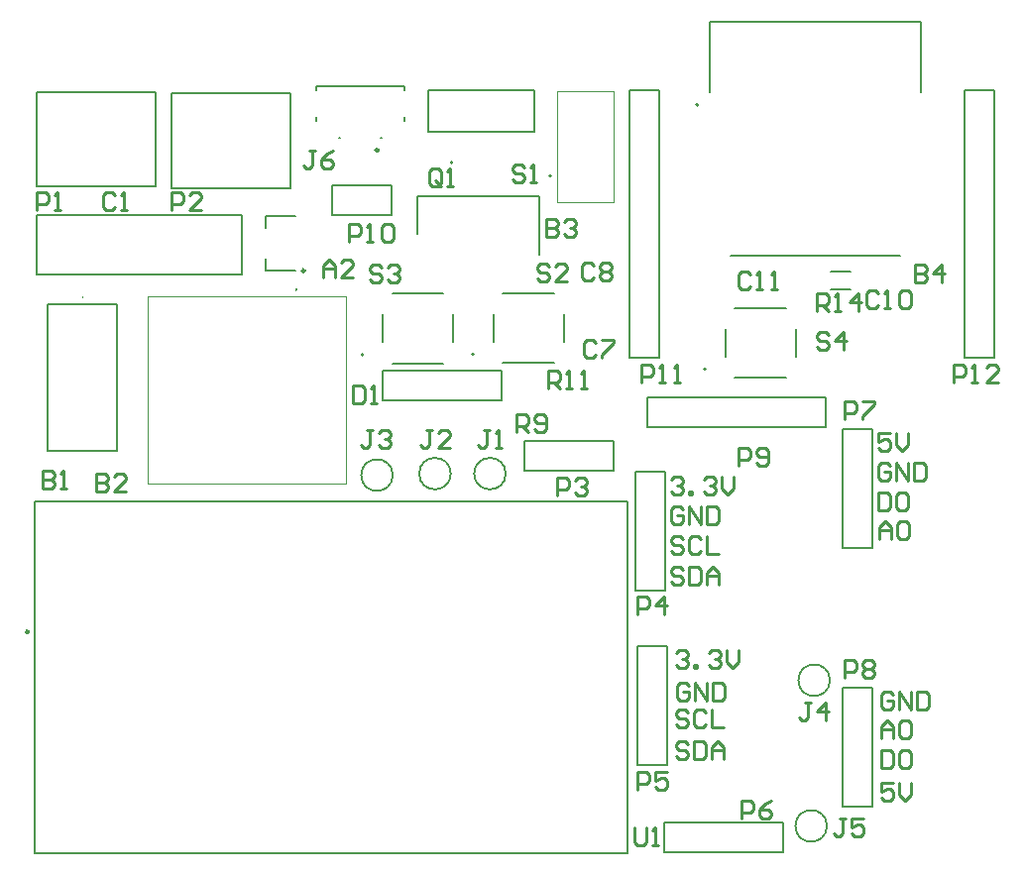
<source format=gto>
G04*
G04 #@! TF.GenerationSoftware,Altium Limited,Altium Designer,20.0.2 (26)*
G04*
G04 Layer_Color=65535*
%FSLAX25Y25*%
%MOIN*%
G70*
G01*
G75*
%ADD10C,0.00787*%
%ADD11C,0.00984*%
%ADD12C,0.00591*%
%ADD13C,0.01181*%
%ADD14C,0.00394*%
%ADD15C,0.00500*%
%ADD16C,0.01000*%
D10*
X327193Y405142D02*
G03*
X327193Y405142I-394J0D01*
G01*
X189284Y432138D02*
G03*
X189284Y431744I0J-197D01*
G01*
D02*
G03*
X189284Y432138I0J197D01*
G01*
D02*
G03*
X189284Y431744I0J-197D01*
G01*
X211898Y410000D02*
G03*
X211898Y410000I-394J0D01*
G01*
X241264Y474677D02*
G03*
X242051Y474677I394J0D01*
G01*
D02*
G03*
X241264Y474677I-394J0D01*
G01*
X323732Y494079D02*
G03*
X324520Y494079I394J0D01*
G01*
D02*
G03*
X323732Y494079I-394J0D01*
G01*
D02*
G03*
X324520Y494079I394J0D01*
G01*
X274689Y470551D02*
G03*
X274689Y469764I0J-394D01*
G01*
D02*
G03*
X274689Y470551I0J394D01*
G01*
X249193Y410142D02*
G03*
X249193Y410142I-394J0D01*
G01*
X369208Y437899D02*
X375792D01*
X369208Y432101D02*
X375792D01*
X229988Y450500D02*
Y463276D01*
X271012D01*
Y443669D02*
Y463276D01*
X178996Y452618D02*
Y456555D01*
X189232D01*
X178996Y438445D02*
Y442382D01*
Y438445D02*
X189232D01*
X233587Y498988D02*
X269413D01*
Y485012D02*
Y498988D01*
X233587Y485012D02*
X269413D01*
X233587D02*
Y498988D01*
X147500Y466056D02*
Y497945D01*
X187500Y466056D02*
Y497945D01*
X147500D02*
X187500D01*
X147500Y466056D02*
X187500D01*
X424000Y409000D02*
Y499000D01*
X414000D02*
X424000D01*
X414000Y409000D02*
Y499000D01*
Y409000D02*
X424000D01*
X307500Y395500D02*
X367500D01*
X307500Y385500D02*
X367500D01*
Y395500D01*
X307500Y385500D02*
Y395500D01*
X258500Y394500D02*
Y404500D01*
X218500Y394500D02*
X258500D01*
X218500Y404500D02*
X258500D01*
X218500Y394500D02*
Y404500D01*
X296000Y371000D02*
Y381000D01*
X266000Y371000D02*
X296000D01*
X266000D02*
Y381000D01*
X296000D01*
X201500Y457000D02*
X221500D01*
Y467000D01*
X201500D02*
X221500D01*
X201500Y457000D02*
Y467000D01*
X101291Y360602D02*
X300709D01*
Y242398D02*
Y360602D01*
X101291Y242398D02*
X300709D01*
X101291D02*
Y360602D01*
X328457Y498409D02*
Y522031D01*
Y498409D02*
Y522031D01*
X399323Y498409D02*
Y522031D01*
Y498409D02*
Y522031D01*
X328457D02*
X399323D01*
X328457D02*
X399323D01*
X335346Y443291D02*
X392433D01*
X335346D02*
X392433D01*
X129114Y377630D02*
Y426843D01*
X105886Y377630D02*
X129114D01*
X105886D02*
Y426843D01*
X129114D01*
X102000Y466556D02*
Y498445D01*
X142000Y466556D02*
Y498445D01*
X102000D02*
X142000D01*
X102000Y466556D02*
X142000D01*
X303500Y330500D02*
X313500D01*
X303500D02*
Y370500D01*
X313500Y330500D02*
Y370500D01*
X303500D02*
X313500D01*
X304000Y312000D02*
X314000D01*
Y272000D02*
Y312000D01*
X304000Y272000D02*
Y312000D01*
Y272000D02*
X314000D01*
X353000Y242500D02*
Y252500D01*
X313000Y242500D02*
X353000D01*
X313000Y252500D02*
X353000D01*
X313000Y242500D02*
Y252500D01*
X373000Y345000D02*
X383000D01*
X373000D02*
Y385000D01*
X383000Y345000D02*
Y385000D01*
X373000D02*
X383000D01*
X373000Y298000D02*
X383000D01*
Y258000D02*
Y298000D01*
X373000Y258000D02*
Y298000D01*
Y258000D02*
X383000D01*
X301500Y409000D02*
Y499000D01*
Y409000D02*
X311500D01*
Y499000D01*
X301500D02*
X311500D01*
D11*
X192283Y438248D02*
G03*
X192283Y438248I-492J0D01*
G01*
X99421Y316854D02*
G03*
X99421Y316854I-492J0D01*
G01*
D12*
X367795Y251500D02*
G03*
X367795Y251500I-5295J0D01*
G01*
X259795Y370000D02*
G03*
X259795Y370000I-5295J0D01*
G01*
X241295D02*
G03*
X241295Y370000I-5295J0D01*
G01*
X221795Y369500D02*
G03*
X221795Y369500I-5295J0D01*
G01*
X368795Y300500D02*
G03*
X368795Y300500I-5295J0D01*
G01*
D13*
X216866Y478850D02*
G03*
X216866Y478850I-394J0D01*
G01*
D14*
X117500Y429598D02*
G03*
X117500Y429205I0J-197D01*
G01*
D02*
G03*
X117500Y429598I0J197D01*
G01*
X139283Y429776D02*
X206213D01*
Y366783D02*
Y429776D01*
X139283Y366783D02*
X206213D01*
X139283D02*
Y429776D01*
X276992Y461240D02*
Y498760D01*
Y461240D02*
X296008D01*
Y498760D01*
X276992D02*
X296008D01*
D15*
X357311Y409344D02*
Y418656D01*
X333689Y409344D02*
Y418656D01*
X336907Y425811D02*
X354093D01*
X336907Y402189D02*
X354093D01*
X221612Y407047D02*
X238797D01*
X221612Y430669D02*
X238797D01*
X218394Y414203D02*
Y423514D01*
X242016Y414203D02*
Y423514D01*
X102079Y456843D02*
X170976D01*
X102079Y437157D02*
X170976D01*
Y456843D01*
X102079Y437157D02*
Y456843D01*
X203756Y483083D02*
X204189D01*
X217732D02*
X218165D01*
X196197Y499126D02*
Y500209D01*
X225724D01*
Y499126D02*
Y500209D01*
X196197Y488496D02*
Y489874D01*
X225724Y488496D02*
Y489874D01*
X258907Y407189D02*
X276093D01*
X258907Y430811D02*
X276093D01*
X255689Y414344D02*
Y423656D01*
X279311Y414344D02*
Y423656D01*
D16*
X317000Y309498D02*
X318000Y310498D01*
X319999D01*
X320999Y309498D01*
Y308499D01*
X319999Y307499D01*
X318999D01*
X319999D01*
X320999Y306499D01*
Y305500D01*
X319999Y304500D01*
X318000D01*
X317000Y305500D01*
X322998Y304500D02*
Y305500D01*
X323998D01*
Y304500D01*
X322998D01*
X327996Y309498D02*
X328996Y310498D01*
X330995D01*
X331995Y309498D01*
Y308499D01*
X330995Y307499D01*
X329996D01*
X330995D01*
X331995Y306499D01*
Y305500D01*
X330995Y304500D01*
X328996D01*
X327996Y305500D01*
X333995Y310498D02*
Y306499D01*
X335994Y304500D01*
X337993Y306499D01*
Y310498D01*
X321499Y298498D02*
X320499Y299498D01*
X318500D01*
X317500Y298498D01*
Y294500D01*
X318500Y293500D01*
X320499D01*
X321499Y294500D01*
Y296499D01*
X319499D01*
X323498Y293500D02*
Y299498D01*
X327497Y293500D01*
Y299498D01*
X329496D02*
Y293500D01*
X332495D01*
X333495Y294500D01*
Y298498D01*
X332495Y299498D01*
X329496D01*
X320999Y289498D02*
X319999Y290498D01*
X318000D01*
X317000Y289498D01*
Y288499D01*
X318000Y287499D01*
X319999D01*
X320999Y286499D01*
Y285500D01*
X319999Y284500D01*
X318000D01*
X317000Y285500D01*
X326997Y289498D02*
X325997Y290498D01*
X323998D01*
X322998Y289498D01*
Y285500D01*
X323998Y284500D01*
X325997D01*
X326997Y285500D01*
X328996Y290498D02*
Y284500D01*
X332995D01*
X320999Y278998D02*
X319999Y279998D01*
X318000D01*
X317000Y278998D01*
Y277999D01*
X318000Y276999D01*
X319999D01*
X320999Y275999D01*
Y275000D01*
X319999Y274000D01*
X318000D01*
X317000Y275000D01*
X322998Y279998D02*
Y274000D01*
X325997D01*
X326997Y275000D01*
Y278998D01*
X325997Y279998D01*
X322998D01*
X328996Y274000D02*
Y277999D01*
X330995Y279998D01*
X332995Y277999D01*
Y274000D01*
Y276999D01*
X328996D01*
X315500Y367998D02*
X316500Y368998D01*
X318499D01*
X319499Y367998D01*
Y366999D01*
X318499Y365999D01*
X317499D01*
X318499D01*
X319499Y364999D01*
Y364000D01*
X318499Y363000D01*
X316500D01*
X315500Y364000D01*
X321498Y363000D02*
Y364000D01*
X322498D01*
Y363000D01*
X321498D01*
X326496Y367998D02*
X327496Y368998D01*
X329496D01*
X330495Y367998D01*
Y366999D01*
X329496Y365999D01*
X328496D01*
X329496D01*
X330495Y364999D01*
Y364000D01*
X329496Y363000D01*
X327496D01*
X326496Y364000D01*
X332494Y368998D02*
Y364999D01*
X334494Y363000D01*
X336493Y364999D01*
Y368998D01*
X319499Y357998D02*
X318499Y358998D01*
X316500D01*
X315500Y357998D01*
Y354000D01*
X316500Y353000D01*
X318499D01*
X319499Y354000D01*
Y355999D01*
X317499D01*
X321498Y353000D02*
Y358998D01*
X325497Y353000D01*
Y358998D01*
X327496D02*
Y353000D01*
X330495D01*
X331495Y354000D01*
Y357998D01*
X330495Y358998D01*
X327496D01*
X319499Y347998D02*
X318499Y348998D01*
X316500D01*
X315500Y347998D01*
Y346999D01*
X316500Y345999D01*
X318499D01*
X319499Y344999D01*
Y344000D01*
X318499Y343000D01*
X316500D01*
X315500Y344000D01*
X325497Y347998D02*
X324497Y348998D01*
X322498D01*
X321498Y347998D01*
Y344000D01*
X322498Y343000D01*
X324497D01*
X325497Y344000D01*
X327496Y348998D02*
Y343000D01*
X331495D01*
X319499Y337498D02*
X318499Y338498D01*
X316500D01*
X315500Y337498D01*
Y336499D01*
X316500Y335499D01*
X318499D01*
X319499Y334499D01*
Y333500D01*
X318499Y332500D01*
X316500D01*
X315500Y333500D01*
X321498Y338498D02*
Y332500D01*
X324497D01*
X325497Y333500D01*
Y337498D01*
X324497Y338498D01*
X321498D01*
X327496Y332500D02*
Y336499D01*
X329496Y338498D01*
X331495Y336499D01*
Y332500D01*
Y335499D01*
X327496D01*
X388999Y383498D02*
X385000D01*
Y380499D01*
X386999Y381499D01*
X387999D01*
X388999Y380499D01*
Y378500D01*
X387999Y377500D01*
X386000D01*
X385000Y378500D01*
X390998Y383498D02*
Y379499D01*
X392997Y377500D01*
X394997Y379499D01*
Y383498D01*
X388999Y372498D02*
X387999Y373498D01*
X386000D01*
X385000Y372498D01*
Y368500D01*
X386000Y367500D01*
X387999D01*
X388999Y368500D01*
Y370499D01*
X386999D01*
X390998Y367500D02*
Y373498D01*
X394997Y367500D01*
Y373498D01*
X396996D02*
Y367500D01*
X399995D01*
X400995Y368500D01*
Y372498D01*
X399995Y373498D01*
X396996D01*
X385000Y363498D02*
Y357500D01*
X387999D01*
X388999Y358500D01*
Y362498D01*
X387999Y363498D01*
X385000D01*
X393997D02*
X391998D01*
X390998Y362498D01*
Y358500D01*
X391998Y357500D01*
X393997D01*
X394997Y358500D01*
Y362498D01*
X393997Y363498D01*
X385500Y348000D02*
Y351999D01*
X387499Y353998D01*
X389499Y351999D01*
Y348000D01*
Y350999D01*
X385500D01*
X394497Y353998D02*
X392498D01*
X391498Y352998D01*
Y349000D01*
X392498Y348000D01*
X394497D01*
X395497Y349000D01*
Y352998D01*
X394497Y353998D01*
X389999Y265998D02*
X386000D01*
Y262999D01*
X387999Y263999D01*
X388999D01*
X389999Y262999D01*
Y261000D01*
X388999Y260000D01*
X387000D01*
X386000Y261000D01*
X391998Y265998D02*
Y261999D01*
X393997Y260000D01*
X395997Y261999D01*
Y265998D01*
X386000Y276998D02*
Y271000D01*
X388999D01*
X389999Y272000D01*
Y275998D01*
X388999Y276998D01*
X386000D01*
X394997D02*
X392998D01*
X391998Y275998D01*
Y272000D01*
X392998Y271000D01*
X394997D01*
X395997Y272000D01*
Y275998D01*
X394997Y276998D01*
X386000Y281000D02*
Y284999D01*
X387999Y286998D01*
X389999Y284999D01*
Y281000D01*
Y283999D01*
X386000D01*
X394997Y286998D02*
X392998D01*
X391998Y285998D01*
Y282000D01*
X392998Y281000D01*
X394997D01*
X395997Y282000D01*
Y285998D01*
X394997Y286998D01*
X389999Y295498D02*
X388999Y296498D01*
X387000D01*
X386000Y295498D01*
Y291500D01*
X387000Y290500D01*
X388999D01*
X389999Y291500D01*
Y293499D01*
X387999D01*
X391998Y290500D02*
Y296498D01*
X395997Y290500D01*
Y296498D01*
X397996D02*
Y290500D01*
X400995D01*
X401995Y291500D01*
Y295498D01*
X400995Y296498D01*
X397996D01*
X368499Y416498D02*
X367499Y417498D01*
X365500D01*
X364500Y416498D01*
Y415499D01*
X365500Y414499D01*
X367499D01*
X368499Y413499D01*
Y412500D01*
X367499Y411500D01*
X365500D01*
X364500Y412500D01*
X373497Y411500D02*
Y417498D01*
X370498Y414499D01*
X374497D01*
X303000Y250998D02*
Y246000D01*
X304000Y245000D01*
X305999D01*
X306999Y246000D01*
Y250998D01*
X308998Y245000D02*
X310997D01*
X309998D01*
Y250998D01*
X308998Y249998D01*
X208500Y399498D02*
Y393500D01*
X211499D01*
X212499Y394500D01*
Y398498D01*
X211499Y399498D01*
X208500D01*
X214498Y393500D02*
X216497D01*
X215498D01*
Y399498D01*
X214498Y398498D01*
X218203Y439357D02*
X217204Y440356D01*
X215205D01*
X214205Y439357D01*
Y438357D01*
X215205Y437357D01*
X217204D01*
X218203Y436357D01*
Y435358D01*
X217204Y434358D01*
X215205D01*
X214205Y435358D01*
X220203Y439357D02*
X221202Y440356D01*
X223202D01*
X224202Y439357D01*
Y438357D01*
X223202Y437357D01*
X222202D01*
X223202D01*
X224202Y436357D01*
Y435358D01*
X223202Y434358D01*
X221202D01*
X220203Y435358D01*
X274499Y439498D02*
X273499Y440498D01*
X271500D01*
X270500Y439498D01*
Y438499D01*
X271500Y437499D01*
X273499D01*
X274499Y436499D01*
Y435500D01*
X273499Y434500D01*
X271500D01*
X270500Y435500D01*
X280497Y434500D02*
X276498D01*
X280497Y438499D01*
Y439498D01*
X279497Y440498D01*
X277498D01*
X276498Y439498D01*
X265999Y472998D02*
X264999Y473998D01*
X263000D01*
X262000Y472998D01*
Y471999D01*
X263000Y470999D01*
X264999D01*
X265999Y469999D01*
Y469000D01*
X264999Y468000D01*
X263000D01*
X262000Y469000D01*
X267998Y468000D02*
X269997D01*
X268998D01*
Y473998D01*
X267998Y472998D01*
X364500Y424500D02*
Y430498D01*
X367499D01*
X368499Y429498D01*
Y427499D01*
X367499Y426499D01*
X364500D01*
X366499D02*
X368499Y424500D01*
X370498D02*
X372497D01*
X371498D01*
Y430498D01*
X370498Y429498D01*
X378496Y424500D02*
Y430498D01*
X375496Y427499D01*
X379495D01*
X274000Y398500D02*
Y404498D01*
X276999D01*
X277999Y403498D01*
Y401499D01*
X276999Y400499D01*
X274000D01*
X275999D02*
X277999Y398500D01*
X279998D02*
X281997D01*
X280998D01*
Y404498D01*
X279998Y403498D01*
X284996Y398500D02*
X286996D01*
X285996D01*
Y404498D01*
X284996Y403498D01*
X263500Y384000D02*
Y389998D01*
X266499D01*
X267499Y388998D01*
Y386999D01*
X266499Y385999D01*
X263500D01*
X265499D02*
X267499Y384000D01*
X269498Y385000D02*
X270498Y384000D01*
X272497D01*
X273497Y385000D01*
Y388998D01*
X272497Y389998D01*
X270498D01*
X269498Y388998D01*
Y387999D01*
X270498Y386999D01*
X273497D01*
X237999Y467500D02*
Y471498D01*
X236999Y472498D01*
X235000D01*
X234000Y471498D01*
Y467500D01*
X235000Y466500D01*
X236999D01*
X235999Y468499D02*
X237999Y466500D01*
X236999D02*
X237999Y467500D01*
X239998Y466500D02*
X241997D01*
X240998D01*
Y472498D01*
X239998Y471498D01*
X410500Y400500D02*
Y406498D01*
X413499D01*
X414499Y405498D01*
Y403499D01*
X413499Y402499D01*
X410500D01*
X416498Y400500D02*
X418497D01*
X417498D01*
Y406498D01*
X416498Y405498D01*
X425495Y400500D02*
X421496D01*
X425495Y404499D01*
Y405498D01*
X424496Y406498D01*
X422496D01*
X421496Y405498D01*
X305500Y400500D02*
Y406498D01*
X308499D01*
X309499Y405498D01*
Y403499D01*
X308499Y402499D01*
X305500D01*
X311498Y400500D02*
X313497D01*
X312498D01*
Y406498D01*
X311498Y405498D01*
X316496Y400500D02*
X318496D01*
X317496D01*
Y406498D01*
X316496Y405498D01*
X207000Y448000D02*
Y453998D01*
X209999D01*
X210999Y452998D01*
Y450999D01*
X209999Y449999D01*
X207000D01*
X212998Y448000D02*
X214997D01*
X213998D01*
Y453998D01*
X212998Y452998D01*
X217996D02*
X218996Y453998D01*
X220995D01*
X221995Y452998D01*
Y449000D01*
X220995Y448000D01*
X218996D01*
X217996Y449000D01*
Y452998D01*
X338000Y372500D02*
Y378498D01*
X340999D01*
X341999Y377498D01*
Y375499D01*
X340999Y374499D01*
X338000D01*
X343998Y373500D02*
X344998Y372500D01*
X346997D01*
X347997Y373500D01*
Y377498D01*
X346997Y378498D01*
X344998D01*
X343998Y377498D01*
Y376499D01*
X344998Y375499D01*
X347997D01*
X373650Y301350D02*
Y307348D01*
X376649D01*
X377649Y306348D01*
Y304349D01*
X376649Y303349D01*
X373650D01*
X379648Y306348D02*
X380648Y307348D01*
X382647D01*
X383647Y306348D01*
Y305349D01*
X382647Y304349D01*
X383647Y303349D01*
Y302350D01*
X382647Y301350D01*
X380648D01*
X379648Y302350D01*
Y303349D01*
X380648Y304349D01*
X379648Y305349D01*
Y306348D01*
X380648Y304349D02*
X382647D01*
X373600Y388400D02*
Y394398D01*
X376599D01*
X377599Y393398D01*
Y391399D01*
X376599Y390399D01*
X373600D01*
X379598Y394398D02*
X383597D01*
Y393398D01*
X379598Y389400D01*
Y388400D01*
X339000Y254000D02*
Y259998D01*
X341999D01*
X342999Y258998D01*
Y256999D01*
X341999Y255999D01*
X339000D01*
X348997Y259998D02*
X346997Y258998D01*
X344998Y256999D01*
Y255000D01*
X345998Y254000D01*
X347997D01*
X348997Y255000D01*
Y255999D01*
X347997Y256999D01*
X344998D01*
X304000Y263500D02*
Y269498D01*
X306999D01*
X307999Y268498D01*
Y266499D01*
X306999Y265499D01*
X304000D01*
X313997Y269498D02*
X309998D01*
Y266499D01*
X311997Y267499D01*
X312997D01*
X313997Y266499D01*
Y264500D01*
X312997Y263500D01*
X310998D01*
X309998Y264500D01*
X304000Y322500D02*
Y328498D01*
X306999D01*
X307999Y327498D01*
Y325499D01*
X306999Y324499D01*
X304000D01*
X312997Y322500D02*
Y328498D01*
X309998Y325499D01*
X313997D01*
X277000Y362500D02*
Y368498D01*
X279999D01*
X280999Y367498D01*
Y365499D01*
X279999Y364499D01*
X277000D01*
X282998Y367498D02*
X283998Y368498D01*
X285997D01*
X286997Y367498D01*
Y366499D01*
X285997Y365499D01*
X284997D01*
X285997D01*
X286997Y364499D01*
Y363500D01*
X285997Y362500D01*
X283998D01*
X282998Y363500D01*
X147500Y458500D02*
Y464498D01*
X150499D01*
X151499Y463498D01*
Y461499D01*
X150499Y460499D01*
X147500D01*
X157497Y458500D02*
X153498D01*
X157497Y462499D01*
Y463498D01*
X156497Y464498D01*
X154498D01*
X153498Y463498D01*
X102000Y458500D02*
Y464498D01*
X104999D01*
X105999Y463498D01*
Y461499D01*
X104999Y460499D01*
X102000D01*
X107998Y458500D02*
X109997D01*
X108998D01*
Y464498D01*
X107998Y463498D01*
X195735Y478498D02*
X193736D01*
X194735D01*
Y473500D01*
X193736Y472500D01*
X192736D01*
X191736Y473500D01*
X201733Y478498D02*
X199734Y477498D01*
X197734Y475499D01*
Y473500D01*
X198734Y472500D01*
X200733D01*
X201733Y473500D01*
Y474499D01*
X200733Y475499D01*
X197734D01*
X373999Y253998D02*
X371999D01*
X372999D01*
Y249000D01*
X371999Y248000D01*
X371000D01*
X370000Y249000D01*
X379997Y253998D02*
X375998D01*
Y250999D01*
X377997Y251999D01*
X378997D01*
X379997Y250999D01*
Y249000D01*
X378997Y248000D01*
X376998D01*
X375998Y249000D01*
X362499Y292998D02*
X360499D01*
X361499D01*
Y288000D01*
X360499Y287000D01*
X359500D01*
X358500Y288000D01*
X367497Y287000D02*
Y292998D01*
X364498Y289999D01*
X368497D01*
X214999Y384498D02*
X212999D01*
X213999D01*
Y379500D01*
X212999Y378500D01*
X212000D01*
X211000Y379500D01*
X216998Y383498D02*
X217998Y384498D01*
X219997D01*
X220997Y383498D01*
Y382499D01*
X219997Y381499D01*
X218997D01*
X219997D01*
X220997Y380499D01*
Y379500D01*
X219997Y378500D01*
X217998D01*
X216998Y379500D01*
X234999Y384498D02*
X232999D01*
X233999D01*
Y379500D01*
X232999Y378500D01*
X232000D01*
X231000Y379500D01*
X240997Y378500D02*
X236998D01*
X240997Y382499D01*
Y383498D01*
X239997Y384498D01*
X237998D01*
X236998Y383498D01*
X254499Y384498D02*
X252499D01*
X253499D01*
Y379500D01*
X252499Y378500D01*
X251500D01*
X250500Y379500D01*
X256498Y378500D02*
X258497D01*
X257498D01*
Y384498D01*
X256498Y383498D01*
X341999Y436998D02*
X340999Y437998D01*
X339000D01*
X338000Y436998D01*
Y433000D01*
X339000Y432000D01*
X340999D01*
X341999Y433000D01*
X343998Y432000D02*
X345997D01*
X344998D01*
Y437998D01*
X343998Y436998D01*
X348996Y432000D02*
X350996D01*
X349996D01*
Y437998D01*
X348996Y436998D01*
X384959Y430498D02*
X383960Y431498D01*
X381960D01*
X380961Y430498D01*
Y426500D01*
X381960Y425500D01*
X383960D01*
X384959Y426500D01*
X386959Y425500D02*
X388958D01*
X387958D01*
Y431498D01*
X386959Y430498D01*
X391957D02*
X392957Y431498D01*
X394956D01*
X395956Y430498D01*
Y426500D01*
X394956Y425500D01*
X392957D01*
X391957Y426500D01*
Y430498D01*
X289570Y439998D02*
X288570Y440998D01*
X286571D01*
X285571Y439998D01*
Y436000D01*
X286571Y435000D01*
X288570D01*
X289570Y436000D01*
X291569Y439998D02*
X292569Y440998D01*
X294568D01*
X295568Y439998D01*
Y438999D01*
X294568Y437999D01*
X295568Y436999D01*
Y436000D01*
X294568Y435000D01*
X292569D01*
X291569Y436000D01*
Y436999D01*
X292569Y437999D01*
X291569Y438999D01*
Y439998D01*
X292569Y437999D02*
X294568D01*
X289999Y413998D02*
X288999Y414998D01*
X287000D01*
X286000Y413998D01*
Y410000D01*
X287000Y409000D01*
X288999D01*
X289999Y410000D01*
X291998Y414998D02*
X295997D01*
Y413998D01*
X291998Y410000D01*
Y409000D01*
X128499Y463498D02*
X127499Y464498D01*
X125500D01*
X124500Y463498D01*
Y459500D01*
X125500Y458500D01*
X127499D01*
X128499Y459500D01*
X130498Y458500D02*
X132497D01*
X131498D01*
Y464498D01*
X130498Y463498D01*
X397500Y440167D02*
Y434169D01*
X400499D01*
X401499Y435169D01*
Y436168D01*
X400499Y437168D01*
X397500D01*
X400499D01*
X401499Y438168D01*
Y439168D01*
X400499Y440167D01*
X397500D01*
X406497Y434169D02*
Y440167D01*
X403498Y437168D01*
X407497D01*
X273500Y455498D02*
Y449500D01*
X276499D01*
X277499Y450500D01*
Y451499D01*
X276499Y452499D01*
X273500D01*
X276499D01*
X277499Y453499D01*
Y454498D01*
X276499Y455498D01*
X273500D01*
X279498Y454498D02*
X280498Y455498D01*
X282497D01*
X283497Y454498D01*
Y453499D01*
X282497Y452499D01*
X281497D01*
X282497D01*
X283497Y451499D01*
Y450500D01*
X282497Y449500D01*
X280498D01*
X279498Y450500D01*
X122000Y369998D02*
Y364000D01*
X124999D01*
X125999Y365000D01*
Y365999D01*
X124999Y366999D01*
X122000D01*
X124999D01*
X125999Y367999D01*
Y368998D01*
X124999Y369998D01*
X122000D01*
X131997Y364000D02*
X127998D01*
X131997Y367999D01*
Y368998D01*
X130997Y369998D01*
X128998D01*
X127998Y368998D01*
X104000Y370998D02*
Y365000D01*
X106999D01*
X107999Y366000D01*
Y366999D01*
X106999Y367999D01*
X104000D01*
X106999D01*
X107999Y368999D01*
Y369998D01*
X106999Y370998D01*
X104000D01*
X109998Y365000D02*
X111997D01*
X110998D01*
Y370998D01*
X109998Y369998D01*
X198500Y436000D02*
Y439999D01*
X200499Y441998D01*
X202499Y439999D01*
Y436000D01*
Y438999D01*
X198500D01*
X208497Y436000D02*
X204498D01*
X208497Y439999D01*
Y440998D01*
X207497Y441998D01*
X205498D01*
X204498Y440998D01*
M02*

</source>
